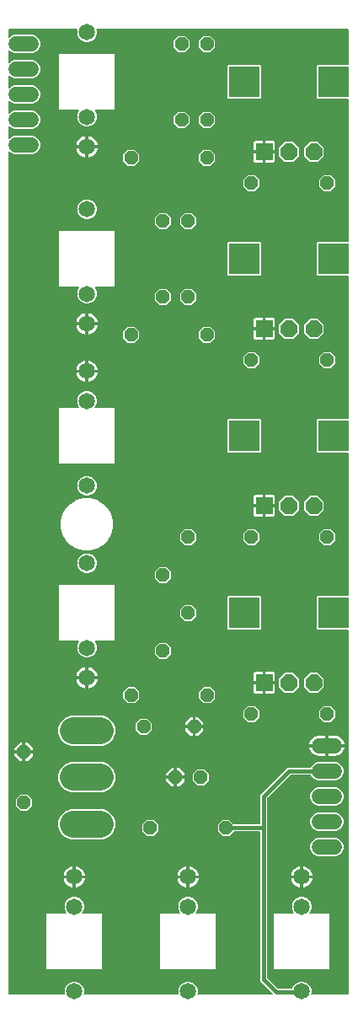
<source format=gtl>
G04 EAGLE Gerber RS-274X export*
G75*
%MOMM*%
%FSLAX34Y34*%
%LPD*%
%INTop Copper*%
%IPPOS*%
%AMOC8*
5,1,8,0,0,1.08239X$1,22.5*%
G01*
%ADD10R,1.676400X1.676400*%
%ADD11P,1.814519X8X292.500000*%
%ADD12R,3.116000X3.116000*%
%ADD13C,1.650000*%
%ADD14P,1.429621X8X202.500000*%
%ADD15P,1.429621X8X292.500000*%
%ADD16P,1.429621X8X112.500000*%
%ADD17P,1.429621X8X22.500000*%
%ADD18C,2.705100*%
%ADD19C,1.524000*%
%ADD20C,0.406400*%

G36*
X65909Y10168D02*
X65909Y10168D01*
X65955Y10166D01*
X66030Y10188D01*
X66107Y10200D01*
X66147Y10222D01*
X66191Y10235D01*
X66255Y10279D01*
X66324Y10316D01*
X66355Y10349D01*
X66393Y10375D01*
X66440Y10438D01*
X66493Y10494D01*
X66513Y10535D01*
X66540Y10572D01*
X66564Y10647D01*
X66597Y10717D01*
X66602Y10763D01*
X66616Y10806D01*
X66615Y10884D01*
X66624Y10961D01*
X66614Y11006D01*
X66614Y11052D01*
X66576Y11183D01*
X66572Y11202D01*
X66569Y11206D01*
X66567Y11213D01*
X66425Y11556D01*
X66425Y15444D01*
X67913Y19037D01*
X70663Y21787D01*
X74256Y23275D01*
X78144Y23275D01*
X81737Y21787D01*
X84487Y19037D01*
X85975Y15444D01*
X85975Y11556D01*
X85833Y11213D01*
X85822Y11169D01*
X85803Y11127D01*
X85794Y11050D01*
X85777Y10974D01*
X85781Y10928D01*
X85776Y10883D01*
X85793Y10806D01*
X85800Y10729D01*
X85818Y10687D01*
X85828Y10642D01*
X85868Y10575D01*
X85900Y10504D01*
X85931Y10470D01*
X85954Y10431D01*
X86014Y10380D01*
X86066Y10323D01*
X86106Y10301D01*
X86141Y10271D01*
X86214Y10242D01*
X86282Y10205D01*
X86327Y10196D01*
X86369Y10179D01*
X86505Y10164D01*
X86524Y10161D01*
X86529Y10162D01*
X86536Y10161D01*
X180164Y10161D01*
X180209Y10168D01*
X180255Y10166D01*
X180330Y10188D01*
X180407Y10200D01*
X180447Y10222D01*
X180491Y10235D01*
X180555Y10279D01*
X180624Y10316D01*
X180655Y10349D01*
X180693Y10375D01*
X180740Y10438D01*
X180793Y10494D01*
X180813Y10535D01*
X180840Y10572D01*
X180864Y10647D01*
X180897Y10717D01*
X180902Y10763D01*
X180916Y10806D01*
X180915Y10884D01*
X180924Y10961D01*
X180914Y11006D01*
X180914Y11052D01*
X180876Y11183D01*
X180872Y11202D01*
X180869Y11206D01*
X180867Y11213D01*
X180725Y11556D01*
X180725Y15444D01*
X182213Y19037D01*
X184963Y21787D01*
X188556Y23275D01*
X192444Y23275D01*
X196037Y21787D01*
X198787Y19037D01*
X200275Y15444D01*
X200275Y11556D01*
X200133Y11213D01*
X200122Y11169D01*
X200103Y11127D01*
X200094Y11050D01*
X200077Y10974D01*
X200081Y10928D01*
X200076Y10883D01*
X200093Y10806D01*
X200100Y10729D01*
X200118Y10687D01*
X200128Y10642D01*
X200168Y10575D01*
X200200Y10504D01*
X200231Y10470D01*
X200254Y10431D01*
X200314Y10380D01*
X200366Y10323D01*
X200406Y10301D01*
X200441Y10271D01*
X200514Y10242D01*
X200582Y10205D01*
X200627Y10196D01*
X200669Y10179D01*
X200805Y10164D01*
X200824Y10161D01*
X200829Y10162D01*
X200836Y10161D01*
X275071Y10161D01*
X275142Y10172D01*
X275214Y10174D01*
X275263Y10192D01*
X275314Y10200D01*
X275378Y10234D01*
X275445Y10259D01*
X275486Y10291D01*
X275532Y10316D01*
X275581Y10368D01*
X275637Y10412D01*
X275665Y10456D01*
X275701Y10494D01*
X275731Y10559D01*
X275770Y10619D01*
X275783Y10670D01*
X275805Y10717D01*
X275813Y10788D01*
X275830Y10858D01*
X275826Y10910D01*
X275832Y10961D01*
X275816Y11032D01*
X275811Y11103D01*
X275791Y11151D01*
X275779Y11202D01*
X275743Y11263D01*
X275715Y11329D01*
X275670Y11385D01*
X275653Y11413D01*
X275635Y11428D01*
X275610Y11460D01*
X265450Y21620D01*
X263143Y23927D01*
X263143Y173482D01*
X263140Y173502D01*
X263142Y173521D01*
X263120Y173623D01*
X263104Y173725D01*
X263094Y173742D01*
X263090Y173762D01*
X263037Y173851D01*
X262988Y173942D01*
X262974Y173956D01*
X262964Y173973D01*
X262885Y174040D01*
X262810Y174112D01*
X262792Y174120D01*
X262777Y174133D01*
X262681Y174172D01*
X262587Y174215D01*
X262567Y174217D01*
X262549Y174225D01*
X262382Y174243D01*
X236854Y174243D01*
X236764Y174229D01*
X236673Y174221D01*
X236644Y174209D01*
X236612Y174204D01*
X236531Y174161D01*
X236447Y174125D01*
X236415Y174099D01*
X236394Y174088D01*
X236372Y174065D01*
X236316Y174020D01*
X231967Y169671D01*
X225233Y169671D01*
X220471Y174433D01*
X220471Y181167D01*
X225233Y185929D01*
X231967Y185929D01*
X236316Y181580D01*
X236390Y181527D01*
X236459Y181467D01*
X236490Y181455D01*
X236516Y181436D01*
X236603Y181409D01*
X236688Y181375D01*
X236729Y181371D01*
X236751Y181364D01*
X236783Y181365D01*
X236854Y181357D01*
X262382Y181357D01*
X262402Y181360D01*
X262421Y181358D01*
X262523Y181380D01*
X262625Y181396D01*
X262642Y181406D01*
X262662Y181410D01*
X262751Y181463D01*
X262842Y181512D01*
X262856Y181526D01*
X262873Y181536D01*
X262940Y181615D01*
X263012Y181690D01*
X263020Y181708D01*
X263033Y181723D01*
X263072Y181819D01*
X263115Y181913D01*
X263117Y181933D01*
X263125Y181951D01*
X263143Y182118D01*
X263143Y211023D01*
X290627Y238507D01*
X313646Y238507D01*
X313761Y238526D01*
X313877Y238543D01*
X313883Y238545D01*
X313889Y238546D01*
X313992Y238601D01*
X314097Y238654D01*
X314101Y238659D01*
X314107Y238662D01*
X314186Y238746D01*
X314269Y238830D01*
X314272Y238836D01*
X314276Y238840D01*
X314284Y238857D01*
X314350Y238977D01*
X314827Y240130D01*
X317400Y242703D01*
X320761Y244095D01*
X339639Y244095D01*
X343000Y242703D01*
X345573Y240130D01*
X346965Y236769D01*
X346965Y233131D01*
X345573Y229770D01*
X343000Y227197D01*
X339639Y225805D01*
X320761Y225805D01*
X317400Y227197D01*
X314827Y229770D01*
X314350Y230923D01*
X314288Y231023D01*
X314228Y231123D01*
X314223Y231127D01*
X314220Y231132D01*
X314130Y231207D01*
X314041Y231283D01*
X314035Y231285D01*
X314031Y231289D01*
X313922Y231331D01*
X313813Y231375D01*
X313806Y231376D01*
X313801Y231377D01*
X313783Y231378D01*
X313646Y231393D01*
X293889Y231393D01*
X293798Y231379D01*
X293708Y231371D01*
X293678Y231359D01*
X293646Y231354D01*
X293565Y231311D01*
X293481Y231275D01*
X293449Y231249D01*
X293428Y231238D01*
X293406Y231215D01*
X293350Y231170D01*
X270480Y208300D01*
X270427Y208226D01*
X270367Y208156D01*
X270355Y208126D01*
X270336Y208100D01*
X270309Y208013D01*
X270275Y207928D01*
X270271Y207887D01*
X270264Y207865D01*
X270265Y207833D01*
X270257Y207761D01*
X270257Y27189D01*
X270271Y27098D01*
X270279Y27008D01*
X270291Y26978D01*
X270296Y26946D01*
X270339Y26865D01*
X270375Y26781D01*
X270401Y26749D01*
X270412Y26728D01*
X270435Y26706D01*
X270480Y26650D01*
X280650Y16480D01*
X280724Y16427D01*
X280794Y16367D01*
X280824Y16355D01*
X280850Y16336D01*
X280937Y16309D01*
X281022Y16275D01*
X281063Y16271D01*
X281085Y16264D01*
X281117Y16265D01*
X281189Y16257D01*
X294853Y16257D01*
X294968Y16276D01*
X295084Y16293D01*
X295090Y16295D01*
X295096Y16296D01*
X295198Y16351D01*
X295303Y16404D01*
X295308Y16409D01*
X295313Y16412D01*
X295393Y16496D01*
X295476Y16580D01*
X295479Y16586D01*
X295483Y16590D01*
X295490Y16607D01*
X295556Y16727D01*
X296513Y19037D01*
X299263Y21787D01*
X302856Y23275D01*
X306744Y23275D01*
X310337Y21787D01*
X313087Y19037D01*
X314575Y15444D01*
X314575Y11556D01*
X314433Y11213D01*
X314422Y11169D01*
X314403Y11127D01*
X314394Y11050D01*
X314377Y10974D01*
X314381Y10928D01*
X314376Y10883D01*
X314393Y10806D01*
X314400Y10729D01*
X314418Y10687D01*
X314428Y10642D01*
X314468Y10575D01*
X314500Y10504D01*
X314531Y10470D01*
X314554Y10431D01*
X314614Y10380D01*
X314666Y10323D01*
X314706Y10301D01*
X314741Y10271D01*
X314814Y10242D01*
X314882Y10205D01*
X314927Y10196D01*
X314969Y10179D01*
X315105Y10164D01*
X315124Y10161D01*
X315129Y10162D01*
X315136Y10161D01*
X351028Y10161D01*
X351048Y10164D01*
X351067Y10162D01*
X351169Y10184D01*
X351271Y10200D01*
X351288Y10210D01*
X351308Y10214D01*
X351397Y10267D01*
X351488Y10316D01*
X351502Y10330D01*
X351519Y10340D01*
X351586Y10419D01*
X351658Y10494D01*
X351666Y10512D01*
X351679Y10527D01*
X351718Y10623D01*
X351761Y10717D01*
X351763Y10737D01*
X351771Y10755D01*
X351789Y10922D01*
X351789Y375834D01*
X351786Y375854D01*
X351788Y375873D01*
X351766Y375975D01*
X351750Y376077D01*
X351740Y376094D01*
X351736Y376114D01*
X351683Y376203D01*
X351634Y376294D01*
X351620Y376308D01*
X351610Y376325D01*
X351531Y376392D01*
X351456Y376464D01*
X351438Y376472D01*
X351423Y376485D01*
X351327Y376524D01*
X351233Y376567D01*
X351213Y376569D01*
X351195Y376577D01*
X351028Y376595D01*
X320888Y376595D01*
X319995Y377488D01*
X319995Y409912D01*
X320888Y410805D01*
X351028Y410805D01*
X351048Y410808D01*
X351067Y410806D01*
X351169Y410828D01*
X351271Y410844D01*
X351288Y410854D01*
X351308Y410858D01*
X351397Y410911D01*
X351488Y410960D01*
X351502Y410974D01*
X351519Y410984D01*
X351586Y411063D01*
X351658Y411138D01*
X351666Y411156D01*
X351679Y411171D01*
X351718Y411267D01*
X351761Y411361D01*
X351763Y411381D01*
X351771Y411399D01*
X351789Y411566D01*
X351789Y553634D01*
X351786Y553654D01*
X351788Y553673D01*
X351766Y553775D01*
X351750Y553877D01*
X351740Y553894D01*
X351736Y553914D01*
X351683Y554003D01*
X351634Y554094D01*
X351620Y554108D01*
X351610Y554125D01*
X351531Y554192D01*
X351456Y554264D01*
X351438Y554272D01*
X351423Y554285D01*
X351327Y554324D01*
X351233Y554367D01*
X351213Y554369D01*
X351195Y554377D01*
X351028Y554395D01*
X320888Y554395D01*
X319995Y555288D01*
X319995Y587712D01*
X320888Y588605D01*
X351028Y588605D01*
X351048Y588608D01*
X351067Y588606D01*
X351169Y588628D01*
X351271Y588644D01*
X351288Y588654D01*
X351308Y588658D01*
X351397Y588711D01*
X351488Y588760D01*
X351502Y588774D01*
X351519Y588784D01*
X351586Y588863D01*
X351658Y588938D01*
X351666Y588956D01*
X351679Y588971D01*
X351718Y589067D01*
X351761Y589161D01*
X351763Y589181D01*
X351771Y589199D01*
X351789Y589366D01*
X351789Y731434D01*
X351786Y731454D01*
X351788Y731473D01*
X351766Y731575D01*
X351750Y731677D01*
X351740Y731694D01*
X351736Y731714D01*
X351683Y731803D01*
X351634Y731894D01*
X351620Y731908D01*
X351610Y731925D01*
X351531Y731992D01*
X351456Y732064D01*
X351438Y732072D01*
X351423Y732085D01*
X351327Y732124D01*
X351233Y732167D01*
X351213Y732169D01*
X351195Y732177D01*
X351028Y732195D01*
X320888Y732195D01*
X319995Y733088D01*
X319995Y765512D01*
X320888Y766405D01*
X351028Y766405D01*
X351048Y766408D01*
X351067Y766406D01*
X351169Y766428D01*
X351271Y766444D01*
X351288Y766454D01*
X351308Y766458D01*
X351397Y766511D01*
X351488Y766560D01*
X351502Y766574D01*
X351519Y766584D01*
X351586Y766663D01*
X351658Y766738D01*
X351666Y766756D01*
X351679Y766771D01*
X351718Y766867D01*
X351761Y766961D01*
X351763Y766981D01*
X351771Y766999D01*
X351789Y767166D01*
X351789Y909234D01*
X351786Y909254D01*
X351788Y909273D01*
X351766Y909375D01*
X351750Y909477D01*
X351740Y909494D01*
X351736Y909514D01*
X351683Y909603D01*
X351634Y909694D01*
X351620Y909708D01*
X351610Y909725D01*
X351531Y909792D01*
X351456Y909864D01*
X351438Y909872D01*
X351423Y909885D01*
X351327Y909924D01*
X351233Y909967D01*
X351213Y909969D01*
X351195Y909977D01*
X351028Y909995D01*
X320888Y909995D01*
X319995Y910888D01*
X319995Y943312D01*
X320888Y944205D01*
X351028Y944205D01*
X351048Y944208D01*
X351067Y944206D01*
X351169Y944228D01*
X351271Y944244D01*
X351288Y944254D01*
X351308Y944258D01*
X351397Y944311D01*
X351488Y944360D01*
X351502Y944374D01*
X351519Y944384D01*
X351586Y944463D01*
X351658Y944538D01*
X351666Y944556D01*
X351679Y944571D01*
X351718Y944667D01*
X351761Y944761D01*
X351763Y944781D01*
X351771Y944799D01*
X351789Y944966D01*
X351789Y979675D01*
X351786Y979695D01*
X351788Y979715D01*
X351766Y979816D01*
X351750Y979918D01*
X351740Y979935D01*
X351736Y979955D01*
X351683Y980044D01*
X351634Y980135D01*
X351620Y980149D01*
X351610Y980166D01*
X351531Y980233D01*
X351456Y980305D01*
X351438Y980313D01*
X351423Y980326D01*
X351327Y980365D01*
X351233Y980408D01*
X351213Y980410D01*
X351195Y980418D01*
X351028Y980436D01*
X99266Y980367D01*
X99221Y980359D01*
X99175Y980361D01*
X99100Y980339D01*
X99023Y980327D01*
X98983Y980305D01*
X98939Y980293D01*
X98875Y980248D01*
X98806Y980212D01*
X98774Y980179D01*
X98737Y980152D01*
X98690Y980090D01*
X98637Y980033D01*
X98617Y979992D01*
X98590Y979955D01*
X98566Y979881D01*
X98533Y979810D01*
X98528Y979765D01*
X98514Y979721D01*
X98515Y979643D01*
X98506Y979566D01*
X98516Y979521D01*
X98516Y979475D01*
X98554Y979343D01*
X98558Y979325D01*
X98561Y979321D01*
X98563Y979314D01*
X98675Y979044D01*
X98675Y975156D01*
X97187Y971563D01*
X94437Y968813D01*
X90844Y967325D01*
X86956Y967325D01*
X83363Y968813D01*
X80613Y971563D01*
X79125Y975156D01*
X79125Y979044D01*
X79235Y979308D01*
X79245Y979353D01*
X79265Y979395D01*
X79273Y979472D01*
X79291Y979548D01*
X79287Y979594D01*
X79292Y979639D01*
X79275Y979715D01*
X79268Y979793D01*
X79249Y979835D01*
X79239Y979880D01*
X79199Y979946D01*
X79168Y980017D01*
X79137Y980051D01*
X79113Y980091D01*
X79054Y980141D01*
X79001Y980199D01*
X78961Y980221D01*
X78926Y980251D01*
X78854Y980280D01*
X78786Y980317D01*
X78741Y980325D01*
X78698Y980343D01*
X78562Y980358D01*
X78544Y980361D01*
X78539Y980360D01*
X78531Y980361D01*
X10922Y980342D01*
X10902Y980339D01*
X10883Y980341D01*
X10781Y980319D01*
X10679Y980302D01*
X10662Y980293D01*
X10642Y980289D01*
X10553Y980236D01*
X10462Y980187D01*
X10448Y980173D01*
X10431Y980163D01*
X10364Y980084D01*
X10292Y980009D01*
X10284Y979991D01*
X10271Y979976D01*
X10232Y979880D01*
X10189Y979786D01*
X10187Y979766D01*
X10179Y979748D01*
X10161Y979581D01*
X10161Y972351D01*
X10162Y972343D01*
X10162Y972341D01*
X10164Y972330D01*
X10172Y972280D01*
X10174Y972209D01*
X10192Y972160D01*
X10200Y972108D01*
X10234Y972045D01*
X10259Y971978D01*
X10291Y971937D01*
X10316Y971891D01*
X10368Y971842D01*
X10412Y971786D01*
X10456Y971757D01*
X10494Y971722D01*
X10559Y971691D01*
X10619Y971653D01*
X10670Y971640D01*
X10717Y971618D01*
X10788Y971610D01*
X10858Y971593D01*
X10910Y971597D01*
X10961Y971591D01*
X11032Y971606D01*
X11103Y971612D01*
X11151Y971632D01*
X11202Y971643D01*
X11263Y971680D01*
X11329Y971708D01*
X11385Y971753D01*
X11413Y971769D01*
X11428Y971787D01*
X11460Y971813D01*
X12600Y972953D01*
X15961Y974345D01*
X34839Y974345D01*
X38200Y972953D01*
X40773Y970380D01*
X42165Y967019D01*
X42165Y963381D01*
X40773Y960020D01*
X38200Y957447D01*
X34839Y956055D01*
X15961Y956055D01*
X12600Y957447D01*
X11460Y958587D01*
X11402Y958629D01*
X11350Y958678D01*
X11303Y958700D01*
X11261Y958731D01*
X11192Y958752D01*
X11127Y958782D01*
X11075Y958788D01*
X11025Y958803D01*
X10954Y958801D01*
X10883Y958809D01*
X10832Y958798D01*
X10780Y958797D01*
X10712Y958772D01*
X10642Y958757D01*
X10597Y958730D01*
X10549Y958712D01*
X10493Y958667D01*
X10431Y958631D01*
X10397Y958591D01*
X10357Y958559D01*
X10318Y958498D01*
X10271Y958444D01*
X10252Y958395D01*
X10224Y958352D01*
X10206Y958282D01*
X10179Y958216D01*
X10171Y958144D01*
X10163Y958113D01*
X10165Y958090D01*
X10161Y958049D01*
X10161Y946951D01*
X10172Y946880D01*
X10174Y946809D01*
X10192Y946760D01*
X10200Y946708D01*
X10234Y946645D01*
X10259Y946578D01*
X10291Y946537D01*
X10316Y946491D01*
X10368Y946442D01*
X10412Y946386D01*
X10456Y946357D01*
X10494Y946322D01*
X10559Y946291D01*
X10619Y946253D01*
X10670Y946240D01*
X10717Y946218D01*
X10788Y946210D01*
X10858Y946193D01*
X10910Y946197D01*
X10961Y946191D01*
X11032Y946206D01*
X11103Y946212D01*
X11151Y946232D01*
X11202Y946243D01*
X11263Y946280D01*
X11329Y946308D01*
X11385Y946353D01*
X11413Y946369D01*
X11428Y946387D01*
X11460Y946413D01*
X12600Y947553D01*
X15961Y948945D01*
X34839Y948945D01*
X38200Y947553D01*
X40773Y944980D01*
X42165Y941619D01*
X42165Y937981D01*
X40773Y934620D01*
X38200Y932047D01*
X34839Y930655D01*
X15961Y930655D01*
X12600Y932047D01*
X11460Y933187D01*
X11402Y933229D01*
X11350Y933278D01*
X11303Y933300D01*
X11261Y933331D01*
X11192Y933352D01*
X11127Y933382D01*
X11075Y933388D01*
X11025Y933403D01*
X10954Y933401D01*
X10883Y933409D01*
X10832Y933398D01*
X10780Y933397D01*
X10712Y933372D01*
X10642Y933357D01*
X10597Y933330D01*
X10549Y933312D01*
X10493Y933267D01*
X10431Y933231D01*
X10397Y933191D01*
X10357Y933159D01*
X10318Y933098D01*
X10271Y933044D01*
X10252Y932995D01*
X10224Y932952D01*
X10206Y932882D01*
X10179Y932816D01*
X10171Y932744D01*
X10163Y932713D01*
X10165Y932690D01*
X10161Y932649D01*
X10161Y921551D01*
X10172Y921480D01*
X10174Y921409D01*
X10192Y921360D01*
X10200Y921308D01*
X10234Y921245D01*
X10259Y921178D01*
X10291Y921137D01*
X10316Y921091D01*
X10368Y921042D01*
X10412Y920986D01*
X10456Y920957D01*
X10494Y920922D01*
X10559Y920891D01*
X10619Y920853D01*
X10670Y920840D01*
X10717Y920818D01*
X10788Y920810D01*
X10858Y920793D01*
X10910Y920797D01*
X10961Y920791D01*
X11032Y920806D01*
X11103Y920812D01*
X11151Y920832D01*
X11202Y920843D01*
X11263Y920880D01*
X11329Y920908D01*
X11385Y920953D01*
X11413Y920969D01*
X11428Y920987D01*
X11460Y921013D01*
X12600Y922153D01*
X15961Y923545D01*
X34839Y923545D01*
X38200Y922153D01*
X40773Y919580D01*
X42165Y916219D01*
X42165Y912581D01*
X40773Y909220D01*
X38200Y906647D01*
X34839Y905255D01*
X15961Y905255D01*
X12600Y906647D01*
X11460Y907787D01*
X11402Y907829D01*
X11350Y907878D01*
X11303Y907900D01*
X11261Y907931D01*
X11192Y907952D01*
X11127Y907982D01*
X11075Y907988D01*
X11025Y908003D01*
X10954Y908001D01*
X10883Y908009D01*
X10832Y907998D01*
X10780Y907997D01*
X10712Y907972D01*
X10642Y907957D01*
X10597Y907930D01*
X10549Y907912D01*
X10493Y907867D01*
X10431Y907831D01*
X10397Y907791D01*
X10357Y907759D01*
X10318Y907698D01*
X10271Y907644D01*
X10252Y907595D01*
X10224Y907552D01*
X10206Y907482D01*
X10179Y907416D01*
X10171Y907344D01*
X10163Y907313D01*
X10165Y907290D01*
X10161Y907249D01*
X10161Y896151D01*
X10172Y896080D01*
X10174Y896009D01*
X10192Y895960D01*
X10200Y895908D01*
X10234Y895845D01*
X10259Y895778D01*
X10291Y895737D01*
X10316Y895691D01*
X10368Y895642D01*
X10412Y895586D01*
X10456Y895557D01*
X10494Y895522D01*
X10559Y895491D01*
X10619Y895453D01*
X10670Y895440D01*
X10717Y895418D01*
X10788Y895410D01*
X10858Y895393D01*
X10910Y895397D01*
X10961Y895391D01*
X11032Y895406D01*
X11103Y895412D01*
X11151Y895432D01*
X11202Y895443D01*
X11263Y895480D01*
X11329Y895508D01*
X11385Y895553D01*
X11413Y895569D01*
X11428Y895587D01*
X11460Y895613D01*
X12600Y896753D01*
X15961Y898145D01*
X34839Y898145D01*
X38200Y896753D01*
X40773Y894180D01*
X42165Y890819D01*
X42165Y887181D01*
X40773Y883820D01*
X38200Y881247D01*
X34839Y879855D01*
X15961Y879855D01*
X12600Y881247D01*
X11460Y882387D01*
X11402Y882429D01*
X11350Y882478D01*
X11303Y882500D01*
X11261Y882531D01*
X11192Y882552D01*
X11127Y882582D01*
X11075Y882588D01*
X11025Y882603D01*
X10954Y882601D01*
X10883Y882609D01*
X10832Y882598D01*
X10780Y882597D01*
X10712Y882572D01*
X10642Y882557D01*
X10597Y882530D01*
X10549Y882512D01*
X10493Y882467D01*
X10431Y882431D01*
X10397Y882391D01*
X10357Y882359D01*
X10318Y882298D01*
X10271Y882244D01*
X10252Y882195D01*
X10224Y882152D01*
X10206Y882082D01*
X10179Y882016D01*
X10171Y881944D01*
X10163Y881913D01*
X10165Y881890D01*
X10161Y881849D01*
X10161Y870751D01*
X10172Y870680D01*
X10174Y870609D01*
X10192Y870560D01*
X10200Y870508D01*
X10234Y870445D01*
X10259Y870378D01*
X10291Y870337D01*
X10316Y870291D01*
X10368Y870242D01*
X10412Y870186D01*
X10456Y870157D01*
X10494Y870122D01*
X10559Y870091D01*
X10619Y870053D01*
X10670Y870040D01*
X10717Y870018D01*
X10788Y870010D01*
X10858Y869993D01*
X10910Y869997D01*
X10961Y869991D01*
X11032Y870006D01*
X11103Y870012D01*
X11151Y870032D01*
X11202Y870043D01*
X11263Y870080D01*
X11329Y870108D01*
X11385Y870153D01*
X11413Y870169D01*
X11428Y870187D01*
X11460Y870213D01*
X12600Y871353D01*
X15961Y872745D01*
X34839Y872745D01*
X38200Y871353D01*
X40773Y868780D01*
X42165Y865419D01*
X42165Y861781D01*
X40773Y858420D01*
X38200Y855847D01*
X34839Y854455D01*
X15961Y854455D01*
X12600Y855847D01*
X11460Y856987D01*
X11402Y857029D01*
X11350Y857078D01*
X11303Y857100D01*
X11261Y857131D01*
X11192Y857152D01*
X11127Y857182D01*
X11075Y857188D01*
X11025Y857203D01*
X10954Y857201D01*
X10883Y857209D01*
X10832Y857198D01*
X10780Y857197D01*
X10712Y857172D01*
X10642Y857157D01*
X10597Y857130D01*
X10549Y857112D01*
X10493Y857067D01*
X10431Y857031D01*
X10397Y856991D01*
X10357Y856959D01*
X10318Y856898D01*
X10271Y856844D01*
X10252Y856795D01*
X10224Y856752D01*
X10206Y856682D01*
X10179Y856616D01*
X10171Y856544D01*
X10163Y856513D01*
X10165Y856490D01*
X10161Y856449D01*
X10161Y10922D01*
X10164Y10902D01*
X10162Y10883D01*
X10184Y10781D01*
X10200Y10679D01*
X10210Y10662D01*
X10214Y10642D01*
X10267Y10553D01*
X10316Y10462D01*
X10330Y10448D01*
X10340Y10431D01*
X10419Y10364D01*
X10494Y10292D01*
X10512Y10284D01*
X10527Y10271D01*
X10623Y10232D01*
X10717Y10189D01*
X10737Y10187D01*
X10755Y10179D01*
X10922Y10161D01*
X65864Y10161D01*
X65909Y10168D01*
G37*
%LPC*%
G36*
X86956Y882325D02*
X86956Y882325D01*
X83363Y883813D01*
X80613Y886563D01*
X79125Y890156D01*
X79125Y894044D01*
X80613Y897637D01*
X80776Y897800D01*
X80818Y897858D01*
X80867Y897910D01*
X80889Y897957D01*
X80920Y897999D01*
X80941Y898068D01*
X80971Y898133D01*
X80977Y898185D01*
X80992Y898235D01*
X80990Y898306D01*
X80998Y898377D01*
X80987Y898428D01*
X80986Y898480D01*
X80961Y898548D01*
X80946Y898618D01*
X80919Y898663D01*
X80901Y898711D01*
X80856Y898767D01*
X80820Y898829D01*
X80780Y898863D01*
X80748Y898903D01*
X80687Y898942D01*
X80633Y898989D01*
X80584Y899008D01*
X80541Y899036D01*
X80471Y899054D01*
X80405Y899081D01*
X80333Y899089D01*
X80302Y899097D01*
X80279Y899095D01*
X80238Y899099D01*
X60900Y899099D01*
X60899Y899100D01*
X60899Y955100D01*
X60900Y955101D01*
X116900Y955101D01*
X116901Y955100D01*
X116901Y899100D01*
X116900Y899099D01*
X97562Y899099D01*
X97491Y899088D01*
X97420Y899086D01*
X97371Y899068D01*
X97319Y899060D01*
X97256Y899026D01*
X97189Y899001D01*
X97148Y898969D01*
X97102Y898944D01*
X97053Y898893D01*
X96997Y898848D01*
X96968Y898804D01*
X96933Y898766D01*
X96902Y898701D01*
X96864Y898641D01*
X96851Y898590D01*
X96829Y898543D01*
X96821Y898472D01*
X96804Y898402D01*
X96808Y898350D01*
X96802Y898299D01*
X96817Y898228D01*
X96823Y898157D01*
X96843Y898109D01*
X96854Y898058D01*
X96891Y897997D01*
X96919Y897931D01*
X96964Y897875D01*
X96980Y897847D01*
X96998Y897832D01*
X97024Y897800D01*
X97187Y897637D01*
X98675Y894044D01*
X98675Y890156D01*
X97187Y886563D01*
X94437Y883813D01*
X90844Y882325D01*
X86956Y882325D01*
G37*
%LPD*%
%LPC*%
G36*
X86956Y348925D02*
X86956Y348925D01*
X83363Y350413D01*
X80613Y353163D01*
X79125Y356756D01*
X79125Y360644D01*
X80613Y364237D01*
X80776Y364400D01*
X80818Y364458D01*
X80867Y364510D01*
X80889Y364557D01*
X80920Y364599D01*
X80941Y364668D01*
X80971Y364733D01*
X80977Y364785D01*
X80992Y364835D01*
X80990Y364906D01*
X80998Y364977D01*
X80987Y365028D01*
X80986Y365080D01*
X80961Y365148D01*
X80946Y365218D01*
X80919Y365263D01*
X80901Y365311D01*
X80856Y365367D01*
X80820Y365429D01*
X80780Y365463D01*
X80748Y365503D01*
X80687Y365542D01*
X80633Y365589D01*
X80584Y365608D01*
X80541Y365636D01*
X80471Y365654D01*
X80405Y365681D01*
X80333Y365689D01*
X80302Y365697D01*
X80279Y365695D01*
X80238Y365699D01*
X60900Y365699D01*
X60899Y365700D01*
X60899Y421700D01*
X60900Y421701D01*
X116900Y421701D01*
X116901Y421700D01*
X116901Y365700D01*
X116900Y365699D01*
X97562Y365699D01*
X97491Y365688D01*
X97420Y365686D01*
X97371Y365668D01*
X97319Y365660D01*
X97256Y365626D01*
X97189Y365601D01*
X97148Y365569D01*
X97102Y365544D01*
X97053Y365493D01*
X96997Y365448D01*
X96968Y365404D01*
X96933Y365366D01*
X96902Y365301D01*
X96864Y365241D01*
X96851Y365190D01*
X96829Y365143D01*
X96821Y365072D01*
X96804Y365002D01*
X96808Y364950D01*
X96802Y364899D01*
X96817Y364828D01*
X96823Y364757D01*
X96843Y364709D01*
X96854Y364658D01*
X96891Y364597D01*
X96919Y364531D01*
X96964Y364475D01*
X96980Y364447D01*
X96998Y364432D01*
X97024Y364400D01*
X97187Y364237D01*
X98675Y360644D01*
X98675Y356756D01*
X97187Y353163D01*
X94437Y350413D01*
X90844Y348925D01*
X86956Y348925D01*
G37*
%LPD*%
%LPC*%
G36*
X60900Y543499D02*
X60900Y543499D01*
X60899Y543500D01*
X60899Y599500D01*
X60900Y599501D01*
X80238Y599501D01*
X80309Y599512D01*
X80380Y599514D01*
X80429Y599532D01*
X80481Y599540D01*
X80544Y599574D01*
X80611Y599599D01*
X80652Y599631D01*
X80698Y599656D01*
X80747Y599707D01*
X80803Y599752D01*
X80832Y599796D01*
X80867Y599834D01*
X80898Y599899D01*
X80936Y599959D01*
X80949Y600010D01*
X80971Y600057D01*
X80979Y600128D01*
X80996Y600198D01*
X80992Y600250D01*
X80998Y600301D01*
X80983Y600372D01*
X80977Y600443D01*
X80957Y600491D01*
X80946Y600542D01*
X80909Y600603D01*
X80881Y600669D01*
X80836Y600725D01*
X80820Y600753D01*
X80802Y600768D01*
X80776Y600800D01*
X80613Y600963D01*
X79125Y604556D01*
X79125Y608444D01*
X80613Y612037D01*
X83363Y614787D01*
X86956Y616275D01*
X90844Y616275D01*
X94437Y614787D01*
X97187Y612037D01*
X98675Y608444D01*
X98675Y604556D01*
X97187Y600963D01*
X97024Y600800D01*
X96982Y600742D01*
X96933Y600690D01*
X96911Y600643D01*
X96880Y600601D01*
X96859Y600532D01*
X96829Y600467D01*
X96823Y600415D01*
X96808Y600365D01*
X96810Y600294D01*
X96802Y600223D01*
X96813Y600172D01*
X96814Y600120D01*
X96839Y600052D01*
X96854Y599982D01*
X96881Y599937D01*
X96899Y599889D01*
X96944Y599833D01*
X96980Y599771D01*
X97020Y599737D01*
X97052Y599697D01*
X97113Y599658D01*
X97167Y599611D01*
X97216Y599592D01*
X97259Y599564D01*
X97329Y599546D01*
X97395Y599519D01*
X97467Y599511D01*
X97498Y599503D01*
X97521Y599505D01*
X97562Y599501D01*
X116900Y599501D01*
X116901Y599500D01*
X116901Y543500D01*
X116900Y543499D01*
X60900Y543499D01*
G37*
%LPD*%
%LPC*%
G36*
X86956Y704525D02*
X86956Y704525D01*
X83363Y706013D01*
X80613Y708763D01*
X79125Y712356D01*
X79125Y716244D01*
X80613Y719837D01*
X80776Y720000D01*
X80818Y720058D01*
X80867Y720110D01*
X80889Y720157D01*
X80920Y720199D01*
X80941Y720268D01*
X80971Y720333D01*
X80977Y720385D01*
X80992Y720435D01*
X80990Y720506D01*
X80998Y720577D01*
X80987Y720628D01*
X80986Y720680D01*
X80961Y720748D01*
X80946Y720818D01*
X80919Y720863D01*
X80901Y720911D01*
X80856Y720967D01*
X80820Y721029D01*
X80780Y721063D01*
X80748Y721103D01*
X80687Y721142D01*
X80633Y721189D01*
X80584Y721208D01*
X80541Y721236D01*
X80471Y721254D01*
X80405Y721281D01*
X80333Y721289D01*
X80302Y721297D01*
X80279Y721295D01*
X80238Y721299D01*
X60900Y721299D01*
X60899Y721300D01*
X60899Y777300D01*
X60900Y777301D01*
X116900Y777301D01*
X116901Y777300D01*
X116901Y721300D01*
X116900Y721299D01*
X97562Y721299D01*
X97491Y721288D01*
X97420Y721286D01*
X97371Y721268D01*
X97319Y721260D01*
X97256Y721226D01*
X97189Y721201D01*
X97148Y721169D01*
X97102Y721144D01*
X97053Y721093D01*
X96997Y721048D01*
X96968Y721004D01*
X96933Y720966D01*
X96902Y720901D01*
X96864Y720841D01*
X96851Y720790D01*
X96829Y720743D01*
X96821Y720672D01*
X96804Y720602D01*
X96808Y720550D01*
X96802Y720499D01*
X96817Y720428D01*
X96823Y720357D01*
X96843Y720309D01*
X96854Y720258D01*
X96891Y720197D01*
X96919Y720131D01*
X96964Y720075D01*
X96980Y720047D01*
X96998Y720032D01*
X97024Y720000D01*
X97187Y719837D01*
X98675Y716244D01*
X98675Y712356D01*
X97187Y708763D01*
X94437Y706013D01*
X90844Y704525D01*
X86956Y704525D01*
G37*
%LPD*%
%LPC*%
G36*
X276800Y35499D02*
X276800Y35499D01*
X276799Y35500D01*
X276799Y91500D01*
X276800Y91501D01*
X296138Y91501D01*
X296209Y91512D01*
X296280Y91514D01*
X296329Y91532D01*
X296381Y91540D01*
X296444Y91574D01*
X296511Y91599D01*
X296552Y91631D01*
X296598Y91656D01*
X296647Y91707D01*
X296703Y91752D01*
X296732Y91796D01*
X296767Y91834D01*
X296798Y91899D01*
X296836Y91959D01*
X296849Y92010D01*
X296871Y92057D01*
X296879Y92128D01*
X296896Y92198D01*
X296892Y92250D01*
X296898Y92301D01*
X296883Y92372D01*
X296877Y92443D01*
X296857Y92491D01*
X296846Y92542D01*
X296809Y92603D01*
X296781Y92669D01*
X296736Y92725D01*
X296720Y92753D01*
X296702Y92768D01*
X296676Y92800D01*
X296513Y92963D01*
X295025Y96556D01*
X295025Y100444D01*
X296513Y104037D01*
X299263Y106787D01*
X302856Y108275D01*
X306744Y108275D01*
X310337Y106787D01*
X313087Y104037D01*
X314575Y100444D01*
X314575Y96556D01*
X313087Y92963D01*
X312924Y92800D01*
X312882Y92742D01*
X312833Y92690D01*
X312811Y92643D01*
X312780Y92601D01*
X312759Y92532D01*
X312729Y92467D01*
X312723Y92415D01*
X312708Y92365D01*
X312710Y92294D01*
X312702Y92223D01*
X312713Y92172D01*
X312714Y92120D01*
X312739Y92052D01*
X312754Y91982D01*
X312781Y91937D01*
X312799Y91889D01*
X312844Y91833D01*
X312880Y91771D01*
X312920Y91737D01*
X312952Y91697D01*
X313013Y91658D01*
X313067Y91611D01*
X313116Y91592D01*
X313159Y91564D01*
X313229Y91546D01*
X313295Y91519D01*
X313367Y91511D01*
X313398Y91503D01*
X313421Y91505D01*
X313462Y91501D01*
X332800Y91501D01*
X332801Y91500D01*
X332801Y35500D01*
X332800Y35499D01*
X276800Y35499D01*
G37*
%LPD*%
%LPC*%
G36*
X162500Y35499D02*
X162500Y35499D01*
X162499Y35500D01*
X162499Y91500D01*
X162500Y91501D01*
X181838Y91501D01*
X181909Y91512D01*
X181980Y91514D01*
X182029Y91532D01*
X182081Y91540D01*
X182144Y91574D01*
X182211Y91599D01*
X182252Y91631D01*
X182298Y91656D01*
X182347Y91707D01*
X182403Y91752D01*
X182432Y91796D01*
X182467Y91834D01*
X182498Y91899D01*
X182536Y91959D01*
X182549Y92010D01*
X182571Y92057D01*
X182579Y92128D01*
X182596Y92198D01*
X182592Y92250D01*
X182598Y92301D01*
X182583Y92372D01*
X182577Y92443D01*
X182557Y92491D01*
X182546Y92542D01*
X182509Y92603D01*
X182481Y92669D01*
X182436Y92725D01*
X182420Y92753D01*
X182402Y92768D01*
X182376Y92800D01*
X182213Y92963D01*
X180725Y96556D01*
X180725Y100444D01*
X182213Y104037D01*
X184963Y106787D01*
X188556Y108275D01*
X192444Y108275D01*
X196037Y106787D01*
X198787Y104037D01*
X200275Y100444D01*
X200275Y96556D01*
X198787Y92963D01*
X198624Y92800D01*
X198582Y92742D01*
X198533Y92690D01*
X198511Y92643D01*
X198480Y92601D01*
X198459Y92532D01*
X198429Y92467D01*
X198423Y92415D01*
X198408Y92365D01*
X198410Y92294D01*
X198402Y92223D01*
X198413Y92172D01*
X198414Y92120D01*
X198439Y92052D01*
X198454Y91982D01*
X198481Y91937D01*
X198499Y91889D01*
X198544Y91833D01*
X198580Y91771D01*
X198620Y91737D01*
X198652Y91697D01*
X198713Y91658D01*
X198767Y91611D01*
X198816Y91592D01*
X198859Y91564D01*
X198929Y91546D01*
X198995Y91519D01*
X199067Y91511D01*
X199098Y91503D01*
X199121Y91505D01*
X199162Y91501D01*
X218500Y91501D01*
X218501Y91500D01*
X218501Y35500D01*
X218500Y35499D01*
X162500Y35499D01*
G37*
%LPD*%
%LPC*%
G36*
X48200Y35499D02*
X48200Y35499D01*
X48199Y35500D01*
X48199Y91500D01*
X48200Y91501D01*
X67538Y91501D01*
X67609Y91512D01*
X67680Y91514D01*
X67729Y91532D01*
X67781Y91540D01*
X67844Y91574D01*
X67911Y91599D01*
X67952Y91631D01*
X67998Y91656D01*
X68047Y91707D01*
X68103Y91752D01*
X68132Y91796D01*
X68167Y91834D01*
X68198Y91899D01*
X68236Y91959D01*
X68249Y92010D01*
X68271Y92057D01*
X68279Y92128D01*
X68296Y92198D01*
X68292Y92250D01*
X68298Y92301D01*
X68283Y92372D01*
X68277Y92443D01*
X68257Y92491D01*
X68246Y92542D01*
X68209Y92603D01*
X68181Y92669D01*
X68136Y92725D01*
X68120Y92753D01*
X68102Y92768D01*
X68076Y92800D01*
X67913Y92963D01*
X66425Y96556D01*
X66425Y100444D01*
X67913Y104037D01*
X70663Y106787D01*
X74256Y108275D01*
X78144Y108275D01*
X81737Y106787D01*
X84487Y104037D01*
X85975Y100444D01*
X85975Y96556D01*
X84487Y92963D01*
X84324Y92800D01*
X84282Y92742D01*
X84233Y92690D01*
X84211Y92643D01*
X84180Y92601D01*
X84159Y92532D01*
X84129Y92467D01*
X84123Y92415D01*
X84108Y92365D01*
X84110Y92294D01*
X84102Y92223D01*
X84113Y92172D01*
X84114Y92120D01*
X84139Y92052D01*
X84154Y91982D01*
X84181Y91937D01*
X84199Y91889D01*
X84244Y91833D01*
X84280Y91771D01*
X84320Y91737D01*
X84352Y91697D01*
X84413Y91658D01*
X84467Y91611D01*
X84516Y91592D01*
X84559Y91564D01*
X84629Y91546D01*
X84695Y91519D01*
X84767Y91511D01*
X84798Y91503D01*
X84821Y91505D01*
X84862Y91501D01*
X104200Y91501D01*
X104201Y91500D01*
X104201Y35500D01*
X104200Y35499D01*
X48200Y35499D01*
G37*
%LPD*%
%LPC*%
G36*
X85456Y456437D02*
X85456Y456437D01*
X78802Y458220D01*
X72836Y461665D01*
X67965Y466536D01*
X64520Y472502D01*
X62737Y479156D01*
X62737Y486044D01*
X64520Y492698D01*
X67965Y498664D01*
X72836Y503535D01*
X78802Y506980D01*
X85456Y508763D01*
X92344Y508763D01*
X98998Y506980D01*
X104964Y503535D01*
X109835Y498664D01*
X113280Y492698D01*
X115063Y486044D01*
X115063Y479156D01*
X113280Y472502D01*
X109835Y466536D01*
X104964Y461665D01*
X98998Y458220D01*
X92344Y456437D01*
X85456Y456437D01*
G37*
%LPD*%
%LPC*%
G36*
X72381Y166560D02*
X72381Y166560D01*
X66849Y168851D01*
X62616Y173085D01*
X60324Y178616D01*
X60324Y184604D01*
X62616Y190135D01*
X66849Y194369D01*
X72381Y196660D01*
X105419Y196660D01*
X110951Y194369D01*
X115184Y190135D01*
X117476Y184604D01*
X117476Y178616D01*
X115184Y173085D01*
X110951Y168851D01*
X105419Y166560D01*
X72381Y166560D01*
G37*
%LPD*%
%LPC*%
G36*
X72381Y260540D02*
X72381Y260540D01*
X66849Y262831D01*
X62616Y267065D01*
X60324Y272596D01*
X60324Y278584D01*
X62616Y284115D01*
X66849Y288349D01*
X72381Y290640D01*
X105419Y290640D01*
X110951Y288349D01*
X115184Y284115D01*
X117476Y278584D01*
X117476Y272596D01*
X115184Y267065D01*
X110951Y262831D01*
X105419Y260540D01*
X72381Y260540D01*
G37*
%LPD*%
%LPC*%
G36*
X72381Y213550D02*
X72381Y213550D01*
X66849Y215841D01*
X62616Y220075D01*
X60324Y225606D01*
X60324Y231594D01*
X62616Y237125D01*
X66849Y241359D01*
X72381Y243650D01*
X105419Y243650D01*
X110951Y241359D01*
X115184Y237125D01*
X117476Y231594D01*
X117476Y225606D01*
X115184Y220075D01*
X110951Y215841D01*
X105419Y213550D01*
X72381Y213550D01*
G37*
%LPD*%
%LPC*%
G36*
X230888Y909995D02*
X230888Y909995D01*
X229995Y910888D01*
X229995Y943312D01*
X230888Y944205D01*
X263312Y944205D01*
X264205Y943312D01*
X264205Y910888D01*
X263312Y909995D01*
X230888Y909995D01*
G37*
%LPD*%
%LPC*%
G36*
X230888Y376595D02*
X230888Y376595D01*
X229995Y377488D01*
X229995Y409912D01*
X230888Y410805D01*
X263312Y410805D01*
X264205Y409912D01*
X264205Y377488D01*
X263312Y376595D01*
X230888Y376595D01*
G37*
%LPD*%
%LPC*%
G36*
X230888Y554395D02*
X230888Y554395D01*
X229995Y555288D01*
X229995Y587712D01*
X230888Y588605D01*
X263312Y588605D01*
X264205Y587712D01*
X264205Y555288D01*
X263312Y554395D01*
X230888Y554395D01*
G37*
%LPD*%
%LPC*%
G36*
X230888Y732195D02*
X230888Y732195D01*
X229995Y733088D01*
X229995Y765512D01*
X230888Y766405D01*
X263312Y766405D01*
X264205Y765512D01*
X264205Y733088D01*
X263312Y732195D01*
X230888Y732195D01*
G37*
%LPD*%
%LPC*%
G36*
X320761Y200405D02*
X320761Y200405D01*
X317400Y201797D01*
X314827Y204370D01*
X313435Y207731D01*
X313435Y211369D01*
X314827Y214730D01*
X317400Y217303D01*
X320761Y218695D01*
X339639Y218695D01*
X343000Y217303D01*
X345573Y214730D01*
X346965Y211369D01*
X346965Y207731D01*
X345573Y204370D01*
X343000Y201797D01*
X339639Y200405D01*
X320761Y200405D01*
G37*
%LPD*%
%LPC*%
G36*
X320761Y175005D02*
X320761Y175005D01*
X317400Y176397D01*
X314827Y178970D01*
X313435Y182331D01*
X313435Y185969D01*
X314827Y189330D01*
X317400Y191903D01*
X320761Y193295D01*
X339639Y193295D01*
X343000Y191903D01*
X345573Y189330D01*
X346965Y185969D01*
X346965Y182331D01*
X345573Y178970D01*
X343000Y176397D01*
X339639Y175005D01*
X320761Y175005D01*
G37*
%LPD*%
%LPC*%
G36*
X320761Y149605D02*
X320761Y149605D01*
X317400Y150997D01*
X314827Y153570D01*
X313435Y156931D01*
X313435Y160569D01*
X314827Y163930D01*
X317400Y166503D01*
X320761Y167895D01*
X339639Y167895D01*
X343000Y166503D01*
X345573Y163930D01*
X346965Y160569D01*
X346965Y156931D01*
X345573Y153570D01*
X343000Y150997D01*
X339639Y149605D01*
X320761Y149605D01*
G37*
%LPD*%
%LPC*%
G36*
X287996Y313793D02*
X287996Y313793D01*
X282193Y319596D01*
X282193Y327804D01*
X287996Y333607D01*
X296204Y333607D01*
X302007Y327804D01*
X302007Y319596D01*
X296204Y313793D01*
X287996Y313793D01*
G37*
%LPD*%
%LPC*%
G36*
X287996Y491593D02*
X287996Y491593D01*
X282193Y497396D01*
X282193Y505604D01*
X287996Y511407D01*
X296204Y511407D01*
X302007Y505604D01*
X302007Y497396D01*
X296204Y491593D01*
X287996Y491593D01*
G37*
%LPD*%
%LPC*%
G36*
X312996Y491593D02*
X312996Y491593D01*
X307193Y497396D01*
X307193Y505604D01*
X312996Y511407D01*
X321204Y511407D01*
X327007Y505604D01*
X327007Y497396D01*
X321204Y491593D01*
X312996Y491593D01*
G37*
%LPD*%
%LPC*%
G36*
X312996Y669393D02*
X312996Y669393D01*
X307193Y675196D01*
X307193Y683404D01*
X312996Y689207D01*
X321204Y689207D01*
X327007Y683404D01*
X327007Y675196D01*
X321204Y669393D01*
X312996Y669393D01*
G37*
%LPD*%
%LPC*%
G36*
X287996Y669393D02*
X287996Y669393D01*
X282193Y675196D01*
X282193Y683404D01*
X287996Y689207D01*
X296204Y689207D01*
X302007Y683404D01*
X302007Y675196D01*
X296204Y669393D01*
X287996Y669393D01*
G37*
%LPD*%
%LPC*%
G36*
X287996Y847193D02*
X287996Y847193D01*
X282193Y852996D01*
X282193Y861204D01*
X287996Y867007D01*
X296204Y867007D01*
X302007Y861204D01*
X302007Y852996D01*
X296204Y847193D01*
X287996Y847193D01*
G37*
%LPD*%
%LPC*%
G36*
X312996Y313793D02*
X312996Y313793D01*
X307193Y319596D01*
X307193Y327804D01*
X312996Y333607D01*
X321204Y333607D01*
X327007Y327804D01*
X327007Y319596D01*
X321204Y313793D01*
X312996Y313793D01*
G37*
%LPD*%
%LPC*%
G36*
X312996Y847193D02*
X312996Y847193D01*
X307193Y852996D01*
X307193Y861204D01*
X312996Y867007D01*
X321204Y867007D01*
X327007Y861204D01*
X327007Y852996D01*
X321204Y847193D01*
X312996Y847193D01*
G37*
%LPD*%
%LPC*%
G36*
X86956Y433925D02*
X86956Y433925D01*
X83363Y435413D01*
X80613Y438163D01*
X79125Y441756D01*
X79125Y445644D01*
X80613Y449237D01*
X83363Y451987D01*
X86956Y453475D01*
X90844Y453475D01*
X94437Y451987D01*
X97187Y449237D01*
X98675Y445644D01*
X98675Y441756D01*
X97187Y438163D01*
X94437Y435413D01*
X90844Y433925D01*
X86956Y433925D01*
G37*
%LPD*%
%LPC*%
G36*
X86956Y789525D02*
X86956Y789525D01*
X83363Y791013D01*
X80613Y793763D01*
X79125Y797356D01*
X79125Y801244D01*
X80613Y804837D01*
X83363Y807587D01*
X86956Y809075D01*
X90844Y809075D01*
X94437Y807587D01*
X97187Y804837D01*
X98675Y801244D01*
X98675Y797356D01*
X97187Y793763D01*
X94437Y791013D01*
X90844Y789525D01*
X86956Y789525D01*
G37*
%LPD*%
%LPC*%
G36*
X86956Y511725D02*
X86956Y511725D01*
X83363Y513213D01*
X80613Y515963D01*
X79125Y519556D01*
X79125Y523444D01*
X80613Y527037D01*
X83363Y529787D01*
X86956Y531275D01*
X90844Y531275D01*
X94437Y529787D01*
X97187Y527037D01*
X98675Y523444D01*
X98675Y519556D01*
X97187Y515963D01*
X94437Y513213D01*
X90844Y511725D01*
X86956Y511725D01*
G37*
%LPD*%
%LPC*%
G36*
X206183Y957071D02*
X206183Y957071D01*
X201421Y961833D01*
X201421Y968567D01*
X206183Y973329D01*
X212917Y973329D01*
X217679Y968567D01*
X217679Y961833D01*
X212917Y957071D01*
X206183Y957071D01*
G37*
%LPD*%
%LPC*%
G36*
X129983Y303021D02*
X129983Y303021D01*
X125221Y307783D01*
X125221Y314517D01*
X129983Y319279D01*
X136717Y319279D01*
X141479Y314517D01*
X141479Y307783D01*
X136717Y303021D01*
X129983Y303021D01*
G37*
%LPD*%
%LPC*%
G36*
X206183Y880871D02*
X206183Y880871D01*
X201421Y885633D01*
X201421Y892367D01*
X206183Y897129D01*
X212917Y897129D01*
X217679Y892367D01*
X217679Y885633D01*
X212917Y880871D01*
X206183Y880871D01*
G37*
%LPD*%
%LPC*%
G36*
X180783Y880871D02*
X180783Y880871D01*
X176021Y885633D01*
X176021Y892367D01*
X180783Y897129D01*
X187517Y897129D01*
X192279Y892367D01*
X192279Y885633D01*
X187517Y880871D01*
X180783Y880871D01*
G37*
%LPD*%
%LPC*%
G36*
X187133Y703071D02*
X187133Y703071D01*
X182371Y707833D01*
X182371Y714567D01*
X187133Y719329D01*
X193867Y719329D01*
X198629Y714567D01*
X198629Y707833D01*
X193867Y703071D01*
X187133Y703071D01*
G37*
%LPD*%
%LPC*%
G36*
X161733Y703071D02*
X161733Y703071D01*
X156971Y707833D01*
X156971Y714567D01*
X161733Y719329D01*
X168467Y719329D01*
X173229Y714567D01*
X173229Y707833D01*
X168467Y703071D01*
X161733Y703071D01*
G37*
%LPD*%
%LPC*%
G36*
X149033Y169671D02*
X149033Y169671D01*
X144271Y174433D01*
X144271Y181167D01*
X149033Y185929D01*
X155767Y185929D01*
X160529Y181167D01*
X160529Y174433D01*
X155767Y169671D01*
X149033Y169671D01*
G37*
%LPD*%
%LPC*%
G36*
X22033Y195071D02*
X22033Y195071D01*
X17271Y199833D01*
X17271Y206567D01*
X22033Y211329D01*
X28767Y211329D01*
X33529Y206567D01*
X33529Y199833D01*
X28767Y195071D01*
X22033Y195071D01*
G37*
%LPD*%
%LPC*%
G36*
X199833Y220471D02*
X199833Y220471D01*
X195071Y225233D01*
X195071Y231967D01*
X199833Y236729D01*
X206567Y236729D01*
X211329Y231967D01*
X211329Y225233D01*
X206567Y220471D01*
X199833Y220471D01*
G37*
%LPD*%
%LPC*%
G36*
X206183Y664971D02*
X206183Y664971D01*
X201421Y669733D01*
X201421Y676467D01*
X206183Y681229D01*
X212917Y681229D01*
X217679Y676467D01*
X217679Y669733D01*
X212917Y664971D01*
X206183Y664971D01*
G37*
%LPD*%
%LPC*%
G36*
X129983Y664971D02*
X129983Y664971D01*
X125221Y669733D01*
X125221Y676467D01*
X129983Y681229D01*
X136717Y681229D01*
X141479Y676467D01*
X141479Y669733D01*
X136717Y664971D01*
X129983Y664971D01*
G37*
%LPD*%
%LPC*%
G36*
X142683Y271271D02*
X142683Y271271D01*
X137921Y276033D01*
X137921Y282767D01*
X142683Y287529D01*
X149417Y287529D01*
X154179Y282767D01*
X154179Y276033D01*
X149417Y271271D01*
X142683Y271271D01*
G37*
%LPD*%
%LPC*%
G36*
X326833Y283971D02*
X326833Y283971D01*
X322071Y288733D01*
X322071Y295467D01*
X326833Y300229D01*
X333567Y300229D01*
X338329Y295467D01*
X338329Y288733D01*
X333567Y283971D01*
X326833Y283971D01*
G37*
%LPD*%
%LPC*%
G36*
X250633Y283971D02*
X250633Y283971D01*
X245871Y288733D01*
X245871Y295467D01*
X250633Y300229D01*
X257367Y300229D01*
X262129Y295467D01*
X262129Y288733D01*
X257367Y283971D01*
X250633Y283971D01*
G37*
%LPD*%
%LPC*%
G36*
X326833Y639571D02*
X326833Y639571D01*
X322071Y644333D01*
X322071Y651067D01*
X326833Y655829D01*
X333567Y655829D01*
X338329Y651067D01*
X338329Y644333D01*
X333567Y639571D01*
X326833Y639571D01*
G37*
%LPD*%
%LPC*%
G36*
X250633Y639571D02*
X250633Y639571D01*
X245871Y644333D01*
X245871Y651067D01*
X250633Y655829D01*
X257367Y655829D01*
X262129Y651067D01*
X262129Y644333D01*
X257367Y639571D01*
X250633Y639571D01*
G37*
%LPD*%
%LPC*%
G36*
X206183Y303021D02*
X206183Y303021D01*
X201421Y307783D01*
X201421Y314517D01*
X206183Y319279D01*
X212917Y319279D01*
X217679Y314517D01*
X217679Y307783D01*
X212917Y303021D01*
X206183Y303021D01*
G37*
%LPD*%
%LPC*%
G36*
X187133Y385571D02*
X187133Y385571D01*
X182371Y390333D01*
X182371Y397067D01*
X187133Y401829D01*
X193867Y401829D01*
X198629Y397067D01*
X198629Y390333D01*
X193867Y385571D01*
X187133Y385571D01*
G37*
%LPD*%
%LPC*%
G36*
X129983Y842771D02*
X129983Y842771D01*
X125221Y847533D01*
X125221Y854267D01*
X129983Y859029D01*
X136717Y859029D01*
X141479Y854267D01*
X141479Y847533D01*
X136717Y842771D01*
X129983Y842771D01*
G37*
%LPD*%
%LPC*%
G36*
X161733Y347471D02*
X161733Y347471D01*
X156971Y352233D01*
X156971Y358967D01*
X161733Y363729D01*
X168467Y363729D01*
X173229Y358967D01*
X173229Y352233D01*
X168467Y347471D01*
X161733Y347471D01*
G37*
%LPD*%
%LPC*%
G36*
X206183Y842771D02*
X206183Y842771D01*
X201421Y847533D01*
X201421Y854267D01*
X206183Y859029D01*
X212917Y859029D01*
X217679Y854267D01*
X217679Y847533D01*
X212917Y842771D01*
X206183Y842771D01*
G37*
%LPD*%
%LPC*%
G36*
X161733Y779271D02*
X161733Y779271D01*
X156971Y784033D01*
X156971Y790767D01*
X161733Y795529D01*
X168467Y795529D01*
X173229Y790767D01*
X173229Y784033D01*
X168467Y779271D01*
X161733Y779271D01*
G37*
%LPD*%
%LPC*%
G36*
X187133Y779271D02*
X187133Y779271D01*
X182371Y784033D01*
X182371Y790767D01*
X187133Y795529D01*
X193867Y795529D01*
X198629Y790767D01*
X198629Y784033D01*
X193867Y779271D01*
X187133Y779271D01*
G37*
%LPD*%
%LPC*%
G36*
X250633Y817371D02*
X250633Y817371D01*
X245871Y822133D01*
X245871Y828867D01*
X250633Y833629D01*
X257367Y833629D01*
X262129Y828867D01*
X262129Y822133D01*
X257367Y817371D01*
X250633Y817371D01*
G37*
%LPD*%
%LPC*%
G36*
X180783Y957071D02*
X180783Y957071D01*
X176021Y961833D01*
X176021Y968567D01*
X180783Y973329D01*
X187517Y973329D01*
X192279Y968567D01*
X192279Y961833D01*
X187517Y957071D01*
X180783Y957071D01*
G37*
%LPD*%
%LPC*%
G36*
X161733Y423671D02*
X161733Y423671D01*
X156971Y428433D01*
X156971Y435167D01*
X161733Y439929D01*
X168467Y439929D01*
X173229Y435167D01*
X173229Y428433D01*
X168467Y423671D01*
X161733Y423671D01*
G37*
%LPD*%
%LPC*%
G36*
X326833Y817371D02*
X326833Y817371D01*
X322071Y822133D01*
X322071Y828867D01*
X326833Y833629D01*
X333567Y833629D01*
X338329Y828867D01*
X338329Y822133D01*
X333567Y817371D01*
X326833Y817371D01*
G37*
%LPD*%
%LPC*%
G36*
X187133Y461771D02*
X187133Y461771D01*
X182371Y466533D01*
X182371Y473267D01*
X187133Y478029D01*
X193867Y478029D01*
X198629Y473267D01*
X198629Y466533D01*
X193867Y461771D01*
X187133Y461771D01*
G37*
%LPD*%
%LPC*%
G36*
X250633Y461771D02*
X250633Y461771D01*
X245871Y466533D01*
X245871Y473267D01*
X250633Y478029D01*
X257367Y478029D01*
X262129Y473267D01*
X262129Y466533D01*
X257367Y461771D01*
X250633Y461771D01*
G37*
%LPD*%
%LPC*%
G36*
X326833Y461771D02*
X326833Y461771D01*
X322071Y466533D01*
X322071Y473267D01*
X326833Y478029D01*
X333567Y478029D01*
X338329Y473267D01*
X338329Y466533D01*
X333567Y461771D01*
X326833Y461771D01*
G37*
%LPD*%
%LPC*%
G36*
X331723Y261873D02*
X331723Y261873D01*
X331723Y270511D01*
X338620Y270511D01*
X340199Y270261D01*
X341720Y269766D01*
X343145Y269040D01*
X344439Y268100D01*
X345570Y266969D01*
X346510Y265675D01*
X347236Y264250D01*
X347731Y262729D01*
X347866Y261873D01*
X331723Y261873D01*
G37*
%LPD*%
%LPC*%
G36*
X312534Y261873D02*
X312534Y261873D01*
X312669Y262729D01*
X313164Y264250D01*
X313890Y265675D01*
X314830Y266969D01*
X315961Y268100D01*
X317255Y269040D01*
X318680Y269766D01*
X320201Y270261D01*
X321780Y270511D01*
X328677Y270511D01*
X328677Y261873D01*
X312534Y261873D01*
G37*
%LPD*%
%LPC*%
G36*
X331723Y250189D02*
X331723Y250189D01*
X331723Y258827D01*
X347866Y258827D01*
X347731Y257971D01*
X347236Y256450D01*
X346510Y255025D01*
X345570Y253731D01*
X344439Y252600D01*
X343145Y251660D01*
X341720Y250934D01*
X340199Y250439D01*
X338620Y250189D01*
X331723Y250189D01*
G37*
%LPD*%
%LPC*%
G36*
X321780Y250189D02*
X321780Y250189D01*
X320201Y250439D01*
X318680Y250934D01*
X317255Y251660D01*
X315961Y252600D01*
X314830Y253731D01*
X313890Y255025D01*
X313164Y256450D01*
X312669Y257971D01*
X312534Y258827D01*
X328677Y258827D01*
X328677Y250189D01*
X321780Y250189D01*
G37*
%LPD*%
%LPC*%
G36*
X268623Y858623D02*
X268623Y858623D01*
X268623Y868023D01*
X275816Y868023D01*
X276463Y867850D01*
X277042Y867515D01*
X277515Y867042D01*
X277850Y866463D01*
X278023Y865816D01*
X278023Y858623D01*
X268623Y858623D01*
G37*
%LPD*%
%LPC*%
G36*
X268623Y325223D02*
X268623Y325223D01*
X268623Y334623D01*
X275816Y334623D01*
X276463Y334450D01*
X277042Y334115D01*
X277515Y333642D01*
X277850Y333063D01*
X278023Y332416D01*
X278023Y325223D01*
X268623Y325223D01*
G37*
%LPD*%
%LPC*%
G36*
X268623Y680823D02*
X268623Y680823D01*
X268623Y690223D01*
X275816Y690223D01*
X276463Y690050D01*
X277042Y689715D01*
X277515Y689242D01*
X277850Y688663D01*
X278023Y688016D01*
X278023Y680823D01*
X268623Y680823D01*
G37*
%LPD*%
%LPC*%
G36*
X268623Y503023D02*
X268623Y503023D01*
X268623Y512423D01*
X275816Y512423D01*
X276463Y512250D01*
X277042Y511915D01*
X277515Y511442D01*
X277850Y510863D01*
X278023Y510216D01*
X278023Y503023D01*
X268623Y503023D01*
G37*
%LPD*%
%LPC*%
G36*
X268623Y846177D02*
X268623Y846177D01*
X268623Y855577D01*
X278023Y855577D01*
X278023Y848384D01*
X277850Y847737D01*
X277515Y847158D01*
X277042Y846685D01*
X276463Y846350D01*
X275816Y846177D01*
X268623Y846177D01*
G37*
%LPD*%
%LPC*%
G36*
X256177Y858623D02*
X256177Y858623D01*
X256177Y865816D01*
X256350Y866463D01*
X256685Y867042D01*
X257158Y867515D01*
X257737Y867850D01*
X258384Y868023D01*
X265577Y868023D01*
X265577Y858623D01*
X256177Y858623D01*
G37*
%LPD*%
%LPC*%
G36*
X268623Y312777D02*
X268623Y312777D01*
X268623Y322177D01*
X278023Y322177D01*
X278023Y314984D01*
X277850Y314337D01*
X277515Y313758D01*
X277042Y313285D01*
X276463Y312950D01*
X275816Y312777D01*
X268623Y312777D01*
G37*
%LPD*%
%LPC*%
G36*
X256177Y503023D02*
X256177Y503023D01*
X256177Y510216D01*
X256350Y510863D01*
X256685Y511442D01*
X257158Y511915D01*
X257737Y512250D01*
X258384Y512423D01*
X265577Y512423D01*
X265577Y503023D01*
X256177Y503023D01*
G37*
%LPD*%
%LPC*%
G36*
X268623Y490577D02*
X268623Y490577D01*
X268623Y499977D01*
X278023Y499977D01*
X278023Y492784D01*
X277850Y492137D01*
X277515Y491558D01*
X277042Y491085D01*
X276463Y490750D01*
X275816Y490577D01*
X268623Y490577D01*
G37*
%LPD*%
%LPC*%
G36*
X256177Y325223D02*
X256177Y325223D01*
X256177Y332416D01*
X256350Y333063D01*
X256685Y333642D01*
X257158Y334115D01*
X257737Y334450D01*
X258384Y334623D01*
X265577Y334623D01*
X265577Y325223D01*
X256177Y325223D01*
G37*
%LPD*%
%LPC*%
G36*
X256177Y680823D02*
X256177Y680823D01*
X256177Y688016D01*
X256350Y688663D01*
X256685Y689242D01*
X257158Y689715D01*
X257737Y690050D01*
X258384Y690223D01*
X265577Y690223D01*
X265577Y680823D01*
X256177Y680823D01*
G37*
%LPD*%
%LPC*%
G36*
X268623Y668377D02*
X268623Y668377D01*
X268623Y677777D01*
X278023Y677777D01*
X278023Y670584D01*
X277850Y669937D01*
X277515Y669358D01*
X277042Y668885D01*
X276463Y668550D01*
X275816Y668377D01*
X268623Y668377D01*
G37*
%LPD*%
%LPC*%
G36*
X258384Y490577D02*
X258384Y490577D01*
X257737Y490750D01*
X257158Y491085D01*
X256685Y491558D01*
X256350Y492137D01*
X256177Y492784D01*
X256177Y499977D01*
X265577Y499977D01*
X265577Y490577D01*
X258384Y490577D01*
G37*
%LPD*%
%LPC*%
G36*
X258384Y668377D02*
X258384Y668377D01*
X257737Y668550D01*
X257158Y668885D01*
X256685Y669358D01*
X256350Y669937D01*
X256177Y670584D01*
X256177Y677777D01*
X265577Y677777D01*
X265577Y668377D01*
X258384Y668377D01*
G37*
%LPD*%
%LPC*%
G36*
X258384Y846177D02*
X258384Y846177D01*
X257737Y846350D01*
X257158Y846685D01*
X256685Y847158D01*
X256350Y847737D01*
X256177Y848384D01*
X256177Y855577D01*
X265577Y855577D01*
X265577Y846177D01*
X258384Y846177D01*
G37*
%LPD*%
%LPC*%
G36*
X258384Y312777D02*
X258384Y312777D01*
X257737Y312950D01*
X257158Y313285D01*
X256685Y313758D01*
X256350Y314337D01*
X256177Y314984D01*
X256177Y322177D01*
X265577Y322177D01*
X265577Y312777D01*
X258384Y312777D01*
G37*
%LPD*%
%LPC*%
G36*
X90423Y685823D02*
X90423Y685823D01*
X90423Y694984D01*
X91427Y694825D01*
X93042Y694300D01*
X94555Y693529D01*
X95930Y692531D01*
X97131Y691330D01*
X98129Y689955D01*
X98900Y688442D01*
X99425Y686827D01*
X99584Y685823D01*
X90423Y685823D01*
G37*
%LPD*%
%LPC*%
G36*
X192023Y130023D02*
X192023Y130023D01*
X192023Y139184D01*
X193027Y139025D01*
X194642Y138500D01*
X196155Y137729D01*
X197530Y136731D01*
X198731Y135530D01*
X199729Y134155D01*
X200500Y132642D01*
X201025Y131027D01*
X201184Y130023D01*
X192023Y130023D01*
G37*
%LPD*%
%LPC*%
G36*
X90423Y863623D02*
X90423Y863623D01*
X90423Y872784D01*
X91427Y872625D01*
X93042Y872100D01*
X94555Y871329D01*
X95930Y870331D01*
X97131Y869130D01*
X98129Y867755D01*
X98900Y866242D01*
X99425Y864627D01*
X99584Y863623D01*
X90423Y863623D01*
G37*
%LPD*%
%LPC*%
G36*
X90423Y330223D02*
X90423Y330223D01*
X90423Y339384D01*
X91427Y339225D01*
X93042Y338700D01*
X94555Y337929D01*
X95930Y336931D01*
X97131Y335730D01*
X98129Y334355D01*
X98900Y332842D01*
X99425Y331227D01*
X99584Y330223D01*
X90423Y330223D01*
G37*
%LPD*%
%LPC*%
G36*
X90423Y638023D02*
X90423Y638023D01*
X90423Y647184D01*
X91427Y647025D01*
X93042Y646500D01*
X94555Y645729D01*
X95930Y644731D01*
X97131Y643530D01*
X98129Y642155D01*
X98900Y640642D01*
X99425Y639027D01*
X99584Y638023D01*
X90423Y638023D01*
G37*
%LPD*%
%LPC*%
G36*
X77723Y130023D02*
X77723Y130023D01*
X77723Y139184D01*
X78727Y139025D01*
X80342Y138500D01*
X81855Y137729D01*
X83230Y136731D01*
X84431Y135530D01*
X85429Y134155D01*
X86200Y132642D01*
X86725Y131027D01*
X86884Y130023D01*
X77723Y130023D01*
G37*
%LPD*%
%LPC*%
G36*
X306323Y130023D02*
X306323Y130023D01*
X306323Y139184D01*
X307327Y139025D01*
X308942Y138500D01*
X310455Y137729D01*
X311830Y136731D01*
X313031Y135530D01*
X314029Y134155D01*
X314800Y132642D01*
X315325Y131027D01*
X315484Y130023D01*
X306323Y130023D01*
G37*
%LPD*%
%LPC*%
G36*
X90423Y327177D02*
X90423Y327177D01*
X99584Y327177D01*
X99425Y326173D01*
X98900Y324558D01*
X98129Y323045D01*
X97131Y321670D01*
X95930Y320469D01*
X94555Y319471D01*
X93042Y318700D01*
X91427Y318175D01*
X90423Y318016D01*
X90423Y327177D01*
G37*
%LPD*%
%LPC*%
G36*
X306323Y126977D02*
X306323Y126977D01*
X315484Y126977D01*
X315325Y125973D01*
X314800Y124358D01*
X314029Y122845D01*
X313031Y121470D01*
X311830Y120269D01*
X310455Y119271D01*
X308942Y118500D01*
X307327Y117975D01*
X306323Y117816D01*
X306323Y126977D01*
G37*
%LPD*%
%LPC*%
G36*
X192023Y126977D02*
X192023Y126977D01*
X201184Y126977D01*
X201025Y125973D01*
X200500Y124358D01*
X199729Y122845D01*
X198731Y121470D01*
X197530Y120269D01*
X196155Y119271D01*
X194642Y118500D01*
X193027Y117975D01*
X192023Y117816D01*
X192023Y126977D01*
G37*
%LPD*%
%LPC*%
G36*
X78216Y685823D02*
X78216Y685823D01*
X78375Y686827D01*
X78900Y688442D01*
X79671Y689955D01*
X80669Y691330D01*
X81870Y692531D01*
X83245Y693529D01*
X84758Y694300D01*
X86373Y694825D01*
X87377Y694984D01*
X87377Y685823D01*
X78216Y685823D01*
G37*
%LPD*%
%LPC*%
G36*
X77723Y126977D02*
X77723Y126977D01*
X86884Y126977D01*
X86725Y125973D01*
X86200Y124358D01*
X85429Y122845D01*
X84431Y121470D01*
X83230Y120269D01*
X81855Y119271D01*
X80342Y118500D01*
X78727Y117975D01*
X77723Y117816D01*
X77723Y126977D01*
G37*
%LPD*%
%LPC*%
G36*
X90423Y682777D02*
X90423Y682777D01*
X99584Y682777D01*
X99425Y681773D01*
X98900Y680158D01*
X98129Y678645D01*
X97131Y677270D01*
X95930Y676069D01*
X94555Y675071D01*
X93042Y674300D01*
X91427Y673775D01*
X90423Y673616D01*
X90423Y682777D01*
G37*
%LPD*%
%LPC*%
G36*
X90423Y860577D02*
X90423Y860577D01*
X99584Y860577D01*
X99425Y859573D01*
X98900Y857958D01*
X98129Y856445D01*
X97131Y855070D01*
X95930Y853869D01*
X94555Y852871D01*
X93042Y852100D01*
X91427Y851575D01*
X90423Y851416D01*
X90423Y860577D01*
G37*
%LPD*%
%LPC*%
G36*
X78216Y863623D02*
X78216Y863623D01*
X78375Y864627D01*
X78900Y866242D01*
X79671Y867755D01*
X80669Y869130D01*
X81870Y870331D01*
X83245Y871329D01*
X84758Y872100D01*
X86373Y872625D01*
X87377Y872784D01*
X87377Y863623D01*
X78216Y863623D01*
G37*
%LPD*%
%LPC*%
G36*
X78216Y330223D02*
X78216Y330223D01*
X78375Y331227D01*
X78900Y332842D01*
X79671Y334355D01*
X80669Y335730D01*
X81870Y336931D01*
X83245Y337929D01*
X84758Y338700D01*
X86373Y339225D01*
X87377Y339384D01*
X87377Y330223D01*
X78216Y330223D01*
G37*
%LPD*%
%LPC*%
G36*
X179816Y130023D02*
X179816Y130023D01*
X179975Y131027D01*
X180500Y132642D01*
X181271Y134155D01*
X182269Y135530D01*
X183470Y136731D01*
X184845Y137729D01*
X186358Y138500D01*
X187973Y139025D01*
X188977Y139184D01*
X188977Y130023D01*
X179816Y130023D01*
G37*
%LPD*%
%LPC*%
G36*
X294116Y130023D02*
X294116Y130023D01*
X294275Y131027D01*
X294800Y132642D01*
X295571Y134155D01*
X296569Y135530D01*
X297770Y136731D01*
X299145Y137729D01*
X300658Y138500D01*
X302273Y139025D01*
X303277Y139184D01*
X303277Y130023D01*
X294116Y130023D01*
G37*
%LPD*%
%LPC*%
G36*
X65516Y130023D02*
X65516Y130023D01*
X65675Y131027D01*
X66200Y132642D01*
X66971Y134155D01*
X67969Y135530D01*
X69170Y136731D01*
X70545Y137729D01*
X72058Y138500D01*
X73673Y139025D01*
X74677Y139184D01*
X74677Y130023D01*
X65516Y130023D01*
G37*
%LPD*%
%LPC*%
G36*
X78216Y638023D02*
X78216Y638023D01*
X78375Y639027D01*
X78900Y640642D01*
X79671Y642155D01*
X80669Y643530D01*
X81870Y644731D01*
X83245Y645729D01*
X84758Y646500D01*
X86373Y647025D01*
X87377Y647184D01*
X87377Y638023D01*
X78216Y638023D01*
G37*
%LPD*%
%LPC*%
G36*
X90423Y634977D02*
X90423Y634977D01*
X99584Y634977D01*
X99425Y633973D01*
X98900Y632358D01*
X98129Y630845D01*
X97131Y629470D01*
X95930Y628269D01*
X94555Y627271D01*
X93042Y626500D01*
X91427Y625975D01*
X90423Y625816D01*
X90423Y634977D01*
G37*
%LPD*%
%LPC*%
G36*
X302273Y117975D02*
X302273Y117975D01*
X300658Y118500D01*
X299145Y119271D01*
X297770Y120269D01*
X296569Y121470D01*
X295571Y122845D01*
X294800Y124358D01*
X294275Y125973D01*
X294116Y126977D01*
X303277Y126977D01*
X303277Y117816D01*
X302273Y117975D01*
G37*
%LPD*%
%LPC*%
G36*
X86373Y318175D02*
X86373Y318175D01*
X84758Y318700D01*
X83245Y319471D01*
X81870Y320469D01*
X80669Y321670D01*
X79671Y323045D01*
X78900Y324558D01*
X78375Y326173D01*
X78216Y327177D01*
X87377Y327177D01*
X87377Y318016D01*
X86373Y318175D01*
G37*
%LPD*%
%LPC*%
G36*
X86373Y851575D02*
X86373Y851575D01*
X84758Y852100D01*
X83245Y852871D01*
X81870Y853869D01*
X80669Y855070D01*
X79671Y856445D01*
X78900Y857958D01*
X78375Y859573D01*
X78216Y860577D01*
X87377Y860577D01*
X87377Y851416D01*
X86373Y851575D01*
G37*
%LPD*%
%LPC*%
G36*
X86373Y625975D02*
X86373Y625975D01*
X84758Y626500D01*
X83245Y627271D01*
X81870Y628269D01*
X80669Y629470D01*
X79671Y630845D01*
X78900Y632358D01*
X78375Y633973D01*
X78216Y634977D01*
X87377Y634977D01*
X87377Y625816D01*
X86373Y625975D01*
G37*
%LPD*%
%LPC*%
G36*
X73673Y117975D02*
X73673Y117975D01*
X72058Y118500D01*
X70545Y119271D01*
X69170Y120269D01*
X67969Y121470D01*
X66971Y122845D01*
X66200Y124358D01*
X65675Y125973D01*
X65516Y126977D01*
X74677Y126977D01*
X74677Y117816D01*
X73673Y117975D01*
G37*
%LPD*%
%LPC*%
G36*
X187973Y117975D02*
X187973Y117975D01*
X186358Y118500D01*
X184845Y119271D01*
X183470Y120269D01*
X182269Y121470D01*
X181271Y122845D01*
X180500Y124358D01*
X179975Y125973D01*
X179816Y126977D01*
X188977Y126977D01*
X188977Y117816D01*
X187973Y117975D01*
G37*
%LPD*%
%LPC*%
G36*
X86373Y673775D02*
X86373Y673775D01*
X84758Y674300D01*
X83245Y675071D01*
X81870Y676069D01*
X80669Y677270D01*
X79671Y678645D01*
X78900Y680158D01*
X78375Y681773D01*
X78216Y682777D01*
X87377Y682777D01*
X87377Y673616D01*
X86373Y673775D01*
G37*
%LPD*%
%LPC*%
G36*
X26923Y255523D02*
X26923Y255523D01*
X26923Y263145D01*
X29188Y263145D01*
X34545Y257788D01*
X34545Y255523D01*
X26923Y255523D01*
G37*
%LPD*%
%LPC*%
G36*
X198373Y280923D02*
X198373Y280923D01*
X198373Y288545D01*
X200638Y288545D01*
X205995Y283188D01*
X205995Y280923D01*
X198373Y280923D01*
G37*
%LPD*%
%LPC*%
G36*
X179323Y230123D02*
X179323Y230123D01*
X179323Y237745D01*
X181588Y237745D01*
X186945Y232388D01*
X186945Y230123D01*
X179323Y230123D01*
G37*
%LPD*%
%LPC*%
G36*
X187705Y280923D02*
X187705Y280923D01*
X187705Y283188D01*
X193062Y288545D01*
X195327Y288545D01*
X195327Y280923D01*
X187705Y280923D01*
G37*
%LPD*%
%LPC*%
G36*
X168655Y230123D02*
X168655Y230123D01*
X168655Y232388D01*
X174012Y237745D01*
X176277Y237745D01*
X176277Y230123D01*
X168655Y230123D01*
G37*
%LPD*%
%LPC*%
G36*
X198373Y270255D02*
X198373Y270255D01*
X198373Y277877D01*
X205995Y277877D01*
X205995Y275612D01*
X200638Y270255D01*
X198373Y270255D01*
G37*
%LPD*%
%LPC*%
G36*
X179323Y219455D02*
X179323Y219455D01*
X179323Y227077D01*
X186945Y227077D01*
X186945Y224812D01*
X181588Y219455D01*
X179323Y219455D01*
G37*
%LPD*%
%LPC*%
G36*
X26923Y244855D02*
X26923Y244855D01*
X26923Y252477D01*
X34545Y252477D01*
X34545Y250212D01*
X29188Y244855D01*
X26923Y244855D01*
G37*
%LPD*%
%LPC*%
G36*
X16255Y255523D02*
X16255Y255523D01*
X16255Y257788D01*
X21612Y263145D01*
X23877Y263145D01*
X23877Y255523D01*
X16255Y255523D01*
G37*
%LPD*%
%LPC*%
G36*
X21612Y244855D02*
X21612Y244855D01*
X16255Y250212D01*
X16255Y252477D01*
X23877Y252477D01*
X23877Y244855D01*
X21612Y244855D01*
G37*
%LPD*%
%LPC*%
G36*
X174012Y219455D02*
X174012Y219455D01*
X168655Y224812D01*
X168655Y227077D01*
X176277Y227077D01*
X176277Y219455D01*
X174012Y219455D01*
G37*
%LPD*%
%LPC*%
G36*
X193062Y270255D02*
X193062Y270255D01*
X187705Y275612D01*
X187705Y277877D01*
X195327Y277877D01*
X195327Y270255D01*
X193062Y270255D01*
G37*
%LPD*%
%LPC*%
G36*
X267099Y323699D02*
X267099Y323699D01*
X267099Y323701D01*
X267101Y323701D01*
X267101Y323699D01*
X267099Y323699D01*
G37*
%LPD*%
%LPC*%
G36*
X88899Y636499D02*
X88899Y636499D01*
X88899Y636501D01*
X88901Y636501D01*
X88901Y636499D01*
X88899Y636499D01*
G37*
%LPD*%
%LPC*%
G36*
X88899Y862099D02*
X88899Y862099D01*
X88899Y862101D01*
X88901Y862101D01*
X88901Y862099D01*
X88899Y862099D01*
G37*
%LPD*%
%LPC*%
G36*
X304799Y128499D02*
X304799Y128499D01*
X304799Y128501D01*
X304801Y128501D01*
X304801Y128499D01*
X304799Y128499D01*
G37*
%LPD*%
%LPC*%
G36*
X190499Y128499D02*
X190499Y128499D01*
X190499Y128501D01*
X190501Y128501D01*
X190501Y128499D01*
X190499Y128499D01*
G37*
%LPD*%
%LPC*%
G36*
X76199Y128499D02*
X76199Y128499D01*
X76199Y128501D01*
X76201Y128501D01*
X76201Y128499D01*
X76199Y128499D01*
G37*
%LPD*%
%LPC*%
G36*
X330199Y260349D02*
X330199Y260349D01*
X330199Y260351D01*
X330201Y260351D01*
X330201Y260349D01*
X330199Y260349D01*
G37*
%LPD*%
%LPC*%
G36*
X196849Y279399D02*
X196849Y279399D01*
X196849Y279401D01*
X196851Y279401D01*
X196851Y279399D01*
X196849Y279399D01*
G37*
%LPD*%
%LPC*%
G36*
X267099Y679299D02*
X267099Y679299D01*
X267099Y679301D01*
X267101Y679301D01*
X267101Y679299D01*
X267099Y679299D01*
G37*
%LPD*%
%LPC*%
G36*
X25399Y253999D02*
X25399Y253999D01*
X25399Y254001D01*
X25401Y254001D01*
X25401Y253999D01*
X25399Y253999D01*
G37*
%LPD*%
%LPC*%
G36*
X88899Y684299D02*
X88899Y684299D01*
X88899Y684301D01*
X88901Y684301D01*
X88901Y684299D01*
X88899Y684299D01*
G37*
%LPD*%
%LPC*%
G36*
X88899Y328699D02*
X88899Y328699D01*
X88899Y328701D01*
X88901Y328701D01*
X88901Y328699D01*
X88899Y328699D01*
G37*
%LPD*%
%LPC*%
G36*
X267099Y857099D02*
X267099Y857099D01*
X267099Y857101D01*
X267101Y857101D01*
X267101Y857099D01*
X267099Y857099D01*
G37*
%LPD*%
%LPC*%
G36*
X267099Y501499D02*
X267099Y501499D01*
X267099Y501501D01*
X267101Y501501D01*
X267101Y501499D01*
X267099Y501499D01*
G37*
%LPD*%
%LPC*%
G36*
X177799Y228599D02*
X177799Y228599D01*
X177799Y228601D01*
X177801Y228601D01*
X177801Y228599D01*
X177799Y228599D01*
G37*
%LPD*%
D10*
X267100Y857100D03*
D11*
X292100Y857100D03*
X317100Y857100D03*
D12*
X337100Y927100D03*
X247100Y927100D03*
D13*
X88900Y977100D03*
X88900Y892100D03*
X88900Y862100D03*
D14*
X196850Y279400D03*
X146050Y279400D03*
D15*
X25400Y254000D03*
X25400Y203200D03*
D10*
X267100Y679300D03*
D11*
X292100Y679300D03*
X317100Y679300D03*
D12*
X337100Y749300D03*
X247100Y749300D03*
D13*
X88900Y799300D03*
X88900Y714300D03*
X88900Y684300D03*
X190500Y13500D03*
X190500Y98500D03*
X190500Y128500D03*
D14*
X203200Y228600D03*
X177800Y228600D03*
D13*
X304800Y13500D03*
X304800Y98500D03*
X304800Y128500D03*
D16*
X209550Y889000D03*
X209550Y965200D03*
D17*
X133350Y673100D03*
X209550Y673100D03*
D16*
X190500Y711200D03*
X190500Y787400D03*
D14*
X228600Y177800D03*
X152400Y177800D03*
D17*
X133350Y311150D03*
X209550Y311150D03*
D15*
X165100Y431800D03*
X165100Y355600D03*
X190500Y469900D03*
X190500Y393700D03*
D14*
X330200Y825500D03*
X254000Y825500D03*
X330200Y647700D03*
X254000Y647700D03*
X330200Y292100D03*
X254000Y292100D03*
D17*
X254000Y469900D03*
X330200Y469900D03*
D16*
X184150Y889000D03*
X184150Y965200D03*
D17*
X133350Y850900D03*
X209550Y850900D03*
D15*
X165100Y787400D03*
X165100Y711200D03*
D13*
X76200Y13500D03*
X76200Y98500D03*
X76200Y128500D03*
D10*
X267100Y323700D03*
D11*
X292100Y323700D03*
X317100Y323700D03*
D12*
X337100Y393700D03*
X247100Y393700D03*
D13*
X88900Y443700D03*
X88900Y358700D03*
X88900Y328700D03*
D18*
X75375Y181610D02*
X102426Y181610D01*
X102426Y228600D02*
X75375Y228600D01*
X75375Y275590D02*
X102426Y275590D01*
D10*
X267100Y501500D03*
D11*
X292100Y501500D03*
X317100Y501500D03*
D12*
X337100Y571500D03*
X247100Y571500D03*
D13*
X88900Y521500D03*
X88900Y606500D03*
X88900Y636500D03*
D19*
X322580Y260350D02*
X337820Y260350D01*
X337820Y234950D02*
X322580Y234950D01*
X322580Y209550D02*
X337820Y209550D01*
X337820Y184150D02*
X322580Y184150D01*
X322580Y158750D02*
X337820Y158750D01*
X33020Y863600D02*
X17780Y863600D01*
X17780Y889000D02*
X33020Y889000D01*
X33020Y914400D02*
X17780Y914400D01*
X17780Y939800D02*
X33020Y939800D01*
X33020Y965200D02*
X17780Y965200D01*
D20*
X88900Y527050D02*
X88900Y521500D01*
X266700Y209550D02*
X266700Y177800D01*
X266700Y209550D02*
X292100Y234950D01*
X330200Y234950D01*
X266700Y177800D02*
X228600Y177800D01*
X266700Y25400D02*
X279400Y12700D01*
X304800Y12700D01*
X266700Y25400D02*
X266700Y177800D01*
X304800Y13500D02*
X304800Y12700D01*
M02*

</source>
